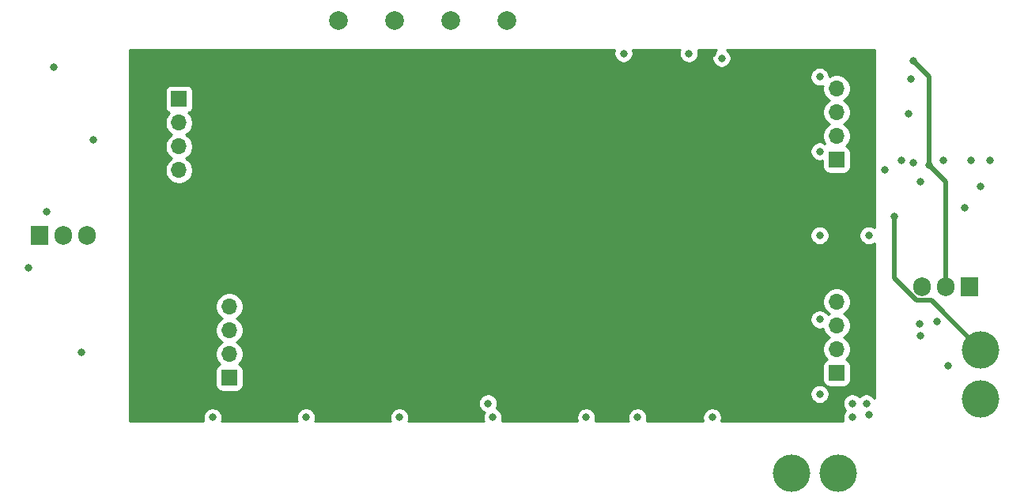
<source format=gbr>
%TF.GenerationSoftware,KiCad,Pcbnew,(5.1.6)-1*%
%TF.CreationDate,2020-11-02T11:11:50+01:00*%
%TF.ProjectId,ltz10v,6c747a31-3076-42e6-9b69-6361645f7063,rev?*%
%TF.SameCoordinates,Original*%
%TF.FileFunction,Copper,L3,Inr*%
%TF.FilePolarity,Positive*%
%FSLAX46Y46*%
G04 Gerber Fmt 4.6, Leading zero omitted, Abs format (unit mm)*
G04 Created by KiCad (PCBNEW (5.1.6)-1) date 2020-11-02 11:11:50*
%MOMM*%
%LPD*%
G01*
G04 APERTURE LIST*
%TA.AperFunction,ViaPad*%
%ADD10C,1.998980*%
%TD*%
%TA.AperFunction,ViaPad*%
%ADD11C,4.000500*%
%TD*%
%TA.AperFunction,ViaPad*%
%ADD12R,1.700000X1.700000*%
%TD*%
%TA.AperFunction,ViaPad*%
%ADD13O,1.700000X1.700000*%
%TD*%
%TA.AperFunction,ViaPad*%
%ADD14O,1.905000X2.000000*%
%TD*%
%TA.AperFunction,ViaPad*%
%ADD15R,1.905000X2.000000*%
%TD*%
%TA.AperFunction,ViaPad*%
%ADD16C,0.800000*%
%TD*%
%TA.AperFunction,Conductor*%
%ADD17C,0.500000*%
%TD*%
%TA.AperFunction,Conductor*%
%ADD18C,0.254000*%
%TD*%
G04 APERTURE END LIST*
D10*
%TO.N,Net-(J12-Pad1)*%
%TO.C,J12*%
X142500000Y-67500000D03*
%TD*%
%TO.N,Net-(C29-Pad2)*%
%TO.C,J11*%
X136500000Y-67500000D03*
%TD*%
%TO.N,Net-(J10-Pad1)*%
%TO.C,J10*%
X148500000Y-67500000D03*
%TD*%
%TO.N,Net-(J9-Pad1)*%
%TO.C,J9*%
X154500000Y-67500000D03*
%TD*%
D11*
%TO.N,Net-(D3-Pad2)*%
%TO.C,J8*%
X185000000Y-116000000D03*
%TD*%
%TO.N,Net-(D1-Pad2)*%
%TO.C,J3*%
X190000000Y-116000000D03*
%TD*%
D12*
%TO.N,/battery/11V*%
%TO.C,J1*%
X189819000Y-82369500D03*
D13*
X189819000Y-79829500D03*
%TO.N,GND*%
X189819000Y-77289500D03*
X189819000Y-74749500D03*
%TD*%
D14*
%TO.N,/temperature/sheet5FAD990D/H*%
%TO.C,Q3*%
X109580000Y-90500000D03*
%TO.N,+12V*%
X107040000Y-90500000D03*
D15*
%TO.N,Net-(Q3-Pad1)*%
X104500000Y-90500000D03*
%TD*%
D11*
%TO.N,GND*%
%TO.C,J6*%
X205250000Y-108000000D03*
%TD*%
%TO.N,Net-(J7-Pad1)*%
%TO.C,J7*%
X205250000Y-102750000D03*
%TD*%
D13*
%TO.N,GND*%
%TO.C,J4*%
X119397500Y-83512500D03*
%TO.N,/temperature/t_fb2*%
X119397500Y-80972500D03*
%TO.N,/temperature/t_fb1*%
X119397500Y-78432500D03*
D12*
%TO.N,Net-(J4-Pad1)*%
X119397500Y-75892500D03*
%TD*%
D14*
%TO.N,Net-(Q1-Pad3)*%
%TO.C,Q1*%
X198920000Y-96000000D03*
%TO.N,+15V*%
X201460000Y-96000000D03*
D15*
%TO.N,Net-(Q1-Pad1)*%
X204000000Y-96000000D03*
%TD*%
D13*
%TO.N,+5V*%
%TO.C,J5*%
X124795000Y-98117500D03*
%TO.N,GND*%
X124795000Y-100657500D03*
%TO.N,Net-(J5-Pad2)*%
X124795000Y-103197500D03*
D12*
%TO.N,Net-(J5-Pad1)*%
X124795000Y-105737500D03*
%TD*%
D13*
%TO.N,/buffer/Zener_drive-*%
%TO.C,J2*%
X189819000Y-97609500D03*
X189819000Y-100149500D03*
%TO.N,/buffer/Zener_drive+*%
X189819000Y-102689500D03*
D12*
X189819000Y-105229500D03*
%TD*%
D16*
%TO.N,GND*%
X109000000Y-103000000D03*
X103250000Y-94000000D03*
X110250000Y-80250000D03*
X106000000Y-72500000D03*
X188000000Y-90500000D03*
X188000000Y-73500000D03*
X188000000Y-107500000D03*
X188000000Y-81500000D03*
X188000000Y-99500000D03*
X197500000Y-77500000D03*
X197750000Y-73750000D03*
X198750000Y-101250000D03*
X193250000Y-90500000D03*
X198750000Y-84750000D03*
X193250000Y-109750000D03*
X123000000Y-110000000D03*
X133000000Y-110000000D03*
X143000000Y-110000000D03*
X153000000Y-110000000D03*
X163000000Y-110000000D03*
X168500000Y-110000000D03*
X176500000Y-110000000D03*
X193000000Y-108500000D03*
X191500000Y-108500000D03*
X191500000Y-110000000D03*
X174000000Y-71000000D03*
X152500000Y-108500000D03*
X177500000Y-71500000D03*
X167000000Y-71000000D03*
%TO.N,+15V*%
X199750000Y-83000000D03*
X198000000Y-71750000D03*
%TO.N,Net-(Q1-Pad1)*%
X206250000Y-82500000D03*
%TO.N,/temperature/sheet5FAD990D/H*%
X105250000Y-88000000D03*
%TO.N,Net-(Q2-Pad1)*%
X195000000Y-83500000D03*
X201750000Y-104500000D03*
%TO.N,Net-(R901-Pad1)*%
X196750000Y-82500000D03*
X203500000Y-87500000D03*
%TO.N,Net-(J7-Pad1)*%
X195967480Y-88500000D03*
%TO.N,Net-(C10-Pad1)*%
X204250000Y-82500000D03*
X205250000Y-85250000D03*
%TO.N,Net-(C11-Pad2)*%
X198000000Y-82750000D03*
X198725002Y-100000000D03*
%TO.N,Net-(C11-Pad1)*%
X201250000Y-82500000D03*
X200606725Y-99723038D03*
%TO.N,+12V*%
X193500000Y-86500000D03*
X114500000Y-83500000D03*
X114500000Y-87500000D03*
X114500000Y-93000000D03*
X162500000Y-71000000D03*
X176500000Y-71000000D03*
X154500000Y-71000000D03*
X165000000Y-71000000D03*
%TD*%
D17*
%TO.N,+15V*%
X201460000Y-84710000D02*
X199750000Y-83000000D01*
X201460000Y-96000000D02*
X201460000Y-84710000D01*
X199750000Y-83000000D02*
X199750000Y-73500000D01*
X199750000Y-73500000D02*
X198000000Y-71750000D01*
%TO.N,Net-(J7-Pad1)*%
X198339062Y-97450010D02*
X195967480Y-95078428D01*
X195967480Y-95078428D02*
X195967480Y-88500000D01*
X199950010Y-97450010D02*
X198339062Y-97450010D01*
X205250000Y-102750000D02*
X199950010Y-97450010D01*
%TD*%
D18*
%TO.N,+12V*%
G36*
X166004774Y-70698102D02*
G01*
X165965000Y-70898061D01*
X165965000Y-71101939D01*
X166004774Y-71301898D01*
X166082795Y-71490256D01*
X166196063Y-71659774D01*
X166340226Y-71803937D01*
X166509744Y-71917205D01*
X166698102Y-71995226D01*
X166898061Y-72035000D01*
X167101939Y-72035000D01*
X167301898Y-71995226D01*
X167490256Y-71917205D01*
X167659774Y-71803937D01*
X167803937Y-71659774D01*
X167917205Y-71490256D01*
X167995226Y-71301898D01*
X168035000Y-71101939D01*
X168035000Y-70898061D01*
X167995226Y-70698102D01*
X167965774Y-70627000D01*
X173034226Y-70627000D01*
X173004774Y-70698102D01*
X172965000Y-70898061D01*
X172965000Y-71101939D01*
X173004774Y-71301898D01*
X173082795Y-71490256D01*
X173196063Y-71659774D01*
X173340226Y-71803937D01*
X173509744Y-71917205D01*
X173698102Y-71995226D01*
X173898061Y-72035000D01*
X174101939Y-72035000D01*
X174301898Y-71995226D01*
X174490256Y-71917205D01*
X174659774Y-71803937D01*
X174803937Y-71659774D01*
X174917205Y-71490256D01*
X174995226Y-71301898D01*
X175035000Y-71101939D01*
X175035000Y-70898061D01*
X174995226Y-70698102D01*
X174965774Y-70627000D01*
X176943586Y-70627000D01*
X176840226Y-70696063D01*
X176696063Y-70840226D01*
X176582795Y-71009744D01*
X176504774Y-71198102D01*
X176465000Y-71398061D01*
X176465000Y-71601939D01*
X176504774Y-71801898D01*
X176582795Y-71990256D01*
X176696063Y-72159774D01*
X176840226Y-72303937D01*
X177009744Y-72417205D01*
X177198102Y-72495226D01*
X177398061Y-72535000D01*
X177601939Y-72535000D01*
X177801898Y-72495226D01*
X177990256Y-72417205D01*
X178159774Y-72303937D01*
X178303937Y-72159774D01*
X178417205Y-71990256D01*
X178495226Y-71801898D01*
X178535000Y-71601939D01*
X178535000Y-71398061D01*
X178495226Y-71198102D01*
X178417205Y-71009744D01*
X178303937Y-70840226D01*
X178159774Y-70696063D01*
X178056414Y-70627000D01*
X193873000Y-70627000D01*
X193873000Y-89671491D01*
X193740256Y-89582795D01*
X193551898Y-89504774D01*
X193351939Y-89465000D01*
X193148061Y-89465000D01*
X192948102Y-89504774D01*
X192759744Y-89582795D01*
X192590226Y-89696063D01*
X192446063Y-89840226D01*
X192332795Y-90009744D01*
X192254774Y-90198102D01*
X192215000Y-90398061D01*
X192215000Y-90601939D01*
X192254774Y-90801898D01*
X192332795Y-90990256D01*
X192446063Y-91159774D01*
X192590226Y-91303937D01*
X192759744Y-91417205D01*
X192948102Y-91495226D01*
X193148061Y-91535000D01*
X193351939Y-91535000D01*
X193551898Y-91495226D01*
X193740256Y-91417205D01*
X193873000Y-91328509D01*
X193873000Y-107943586D01*
X193803937Y-107840226D01*
X193659774Y-107696063D01*
X193490256Y-107582795D01*
X193301898Y-107504774D01*
X193101939Y-107465000D01*
X192898061Y-107465000D01*
X192698102Y-107504774D01*
X192509744Y-107582795D01*
X192340226Y-107696063D01*
X192250000Y-107786289D01*
X192159774Y-107696063D01*
X191990256Y-107582795D01*
X191801898Y-107504774D01*
X191601939Y-107465000D01*
X191398061Y-107465000D01*
X191198102Y-107504774D01*
X191009744Y-107582795D01*
X190840226Y-107696063D01*
X190696063Y-107840226D01*
X190582795Y-108009744D01*
X190504774Y-108198102D01*
X190465000Y-108398061D01*
X190465000Y-108601939D01*
X190504774Y-108801898D01*
X190582795Y-108990256D01*
X190696063Y-109159774D01*
X190786289Y-109250000D01*
X190696063Y-109340226D01*
X190582795Y-109509744D01*
X190504774Y-109698102D01*
X190465000Y-109898061D01*
X190465000Y-110101939D01*
X190504774Y-110301898D01*
X190534226Y-110373000D01*
X177465774Y-110373000D01*
X177495226Y-110301898D01*
X177535000Y-110101939D01*
X177535000Y-109898061D01*
X177495226Y-109698102D01*
X177417205Y-109509744D01*
X177303937Y-109340226D01*
X177159774Y-109196063D01*
X176990256Y-109082795D01*
X176801898Y-109004774D01*
X176601939Y-108965000D01*
X176398061Y-108965000D01*
X176198102Y-109004774D01*
X176009744Y-109082795D01*
X175840226Y-109196063D01*
X175696063Y-109340226D01*
X175582795Y-109509744D01*
X175504774Y-109698102D01*
X175465000Y-109898061D01*
X175465000Y-110101939D01*
X175504774Y-110301898D01*
X175534226Y-110373000D01*
X169465774Y-110373000D01*
X169495226Y-110301898D01*
X169535000Y-110101939D01*
X169535000Y-109898061D01*
X169495226Y-109698102D01*
X169417205Y-109509744D01*
X169303937Y-109340226D01*
X169159774Y-109196063D01*
X168990256Y-109082795D01*
X168801898Y-109004774D01*
X168601939Y-108965000D01*
X168398061Y-108965000D01*
X168198102Y-109004774D01*
X168009744Y-109082795D01*
X167840226Y-109196063D01*
X167696063Y-109340226D01*
X167582795Y-109509744D01*
X167504774Y-109698102D01*
X167465000Y-109898061D01*
X167465000Y-110101939D01*
X167504774Y-110301898D01*
X167534226Y-110373000D01*
X163965774Y-110373000D01*
X163995226Y-110301898D01*
X164035000Y-110101939D01*
X164035000Y-109898061D01*
X163995226Y-109698102D01*
X163917205Y-109509744D01*
X163803937Y-109340226D01*
X163659774Y-109196063D01*
X163490256Y-109082795D01*
X163301898Y-109004774D01*
X163101939Y-108965000D01*
X162898061Y-108965000D01*
X162698102Y-109004774D01*
X162509744Y-109082795D01*
X162340226Y-109196063D01*
X162196063Y-109340226D01*
X162082795Y-109509744D01*
X162004774Y-109698102D01*
X161965000Y-109898061D01*
X161965000Y-110101939D01*
X162004774Y-110301898D01*
X162034226Y-110373000D01*
X153965774Y-110373000D01*
X153995226Y-110301898D01*
X154035000Y-110101939D01*
X154035000Y-109898061D01*
X153995226Y-109698102D01*
X153917205Y-109509744D01*
X153803937Y-109340226D01*
X153659774Y-109196063D01*
X153490256Y-109082795D01*
X153384612Y-109039035D01*
X153417205Y-108990256D01*
X153495226Y-108801898D01*
X153535000Y-108601939D01*
X153535000Y-108398061D01*
X153495226Y-108198102D01*
X153417205Y-108009744D01*
X153303937Y-107840226D01*
X153159774Y-107696063D01*
X152990256Y-107582795D01*
X152801898Y-107504774D01*
X152601939Y-107465000D01*
X152398061Y-107465000D01*
X152198102Y-107504774D01*
X152009744Y-107582795D01*
X151840226Y-107696063D01*
X151696063Y-107840226D01*
X151582795Y-108009744D01*
X151504774Y-108198102D01*
X151465000Y-108398061D01*
X151465000Y-108601939D01*
X151504774Y-108801898D01*
X151582795Y-108990256D01*
X151696063Y-109159774D01*
X151840226Y-109303937D01*
X152009744Y-109417205D01*
X152115388Y-109460965D01*
X152082795Y-109509744D01*
X152004774Y-109698102D01*
X151965000Y-109898061D01*
X151965000Y-110101939D01*
X152004774Y-110301898D01*
X152034226Y-110373000D01*
X143965774Y-110373000D01*
X143995226Y-110301898D01*
X144035000Y-110101939D01*
X144035000Y-109898061D01*
X143995226Y-109698102D01*
X143917205Y-109509744D01*
X143803937Y-109340226D01*
X143659774Y-109196063D01*
X143490256Y-109082795D01*
X143301898Y-109004774D01*
X143101939Y-108965000D01*
X142898061Y-108965000D01*
X142698102Y-109004774D01*
X142509744Y-109082795D01*
X142340226Y-109196063D01*
X142196063Y-109340226D01*
X142082795Y-109509744D01*
X142004774Y-109698102D01*
X141965000Y-109898061D01*
X141965000Y-110101939D01*
X142004774Y-110301898D01*
X142034226Y-110373000D01*
X133965774Y-110373000D01*
X133995226Y-110301898D01*
X134035000Y-110101939D01*
X134035000Y-109898061D01*
X133995226Y-109698102D01*
X133917205Y-109509744D01*
X133803937Y-109340226D01*
X133659774Y-109196063D01*
X133490256Y-109082795D01*
X133301898Y-109004774D01*
X133101939Y-108965000D01*
X132898061Y-108965000D01*
X132698102Y-109004774D01*
X132509744Y-109082795D01*
X132340226Y-109196063D01*
X132196063Y-109340226D01*
X132082795Y-109509744D01*
X132004774Y-109698102D01*
X131965000Y-109898061D01*
X131965000Y-110101939D01*
X132004774Y-110301898D01*
X132034226Y-110373000D01*
X123965774Y-110373000D01*
X123995226Y-110301898D01*
X124035000Y-110101939D01*
X124035000Y-109898061D01*
X123995226Y-109698102D01*
X123917205Y-109509744D01*
X123803937Y-109340226D01*
X123659774Y-109196063D01*
X123490256Y-109082795D01*
X123301898Y-109004774D01*
X123101939Y-108965000D01*
X122898061Y-108965000D01*
X122698102Y-109004774D01*
X122509744Y-109082795D01*
X122340226Y-109196063D01*
X122196063Y-109340226D01*
X122082795Y-109509744D01*
X122004774Y-109698102D01*
X121965000Y-109898061D01*
X121965000Y-110101939D01*
X122004774Y-110301898D01*
X122034226Y-110373000D01*
X114127000Y-110373000D01*
X114127000Y-107398061D01*
X186965000Y-107398061D01*
X186965000Y-107601939D01*
X187004774Y-107801898D01*
X187082795Y-107990256D01*
X187196063Y-108159774D01*
X187340226Y-108303937D01*
X187509744Y-108417205D01*
X187698102Y-108495226D01*
X187898061Y-108535000D01*
X188101939Y-108535000D01*
X188301898Y-108495226D01*
X188490256Y-108417205D01*
X188659774Y-108303937D01*
X188803937Y-108159774D01*
X188917205Y-107990256D01*
X188995226Y-107801898D01*
X189035000Y-107601939D01*
X189035000Y-107398061D01*
X188995226Y-107198102D01*
X188917205Y-107009744D01*
X188803937Y-106840226D01*
X188659774Y-106696063D01*
X188490256Y-106582795D01*
X188301898Y-106504774D01*
X188101939Y-106465000D01*
X187898061Y-106465000D01*
X187698102Y-106504774D01*
X187509744Y-106582795D01*
X187340226Y-106696063D01*
X187196063Y-106840226D01*
X187082795Y-107009744D01*
X187004774Y-107198102D01*
X186965000Y-107398061D01*
X114127000Y-107398061D01*
X114127000Y-104887500D01*
X123306928Y-104887500D01*
X123306928Y-106587500D01*
X123319188Y-106711982D01*
X123355498Y-106831680D01*
X123414463Y-106941994D01*
X123493815Y-107038685D01*
X123590506Y-107118037D01*
X123700820Y-107177002D01*
X123820518Y-107213312D01*
X123945000Y-107225572D01*
X125645000Y-107225572D01*
X125769482Y-107213312D01*
X125889180Y-107177002D01*
X125999494Y-107118037D01*
X126096185Y-107038685D01*
X126175537Y-106941994D01*
X126234502Y-106831680D01*
X126270812Y-106711982D01*
X126283072Y-106587500D01*
X126283072Y-104887500D01*
X126270812Y-104763018D01*
X126234502Y-104643320D01*
X126175537Y-104533006D01*
X126096185Y-104436315D01*
X125999494Y-104356963D01*
X125889180Y-104297998D01*
X125816620Y-104275987D01*
X125948475Y-104144132D01*
X126110990Y-103900911D01*
X126222932Y-103630658D01*
X126280000Y-103343760D01*
X126280000Y-103051240D01*
X126222932Y-102764342D01*
X126110990Y-102494089D01*
X125948475Y-102250868D01*
X125741632Y-102044025D01*
X125567240Y-101927500D01*
X125741632Y-101810975D01*
X125948475Y-101604132D01*
X126110990Y-101360911D01*
X126222932Y-101090658D01*
X126280000Y-100803760D01*
X126280000Y-100511240D01*
X126222932Y-100224342D01*
X126110990Y-99954089D01*
X125948475Y-99710868D01*
X125741632Y-99504025D01*
X125583046Y-99398061D01*
X186965000Y-99398061D01*
X186965000Y-99601939D01*
X187004774Y-99801898D01*
X187082795Y-99990256D01*
X187196063Y-100159774D01*
X187340226Y-100303937D01*
X187509744Y-100417205D01*
X187698102Y-100495226D01*
X187898061Y-100535000D01*
X188101939Y-100535000D01*
X188301898Y-100495226D01*
X188368213Y-100467757D01*
X188391068Y-100582658D01*
X188503010Y-100852911D01*
X188665525Y-101096132D01*
X188872368Y-101302975D01*
X189046760Y-101419500D01*
X188872368Y-101536025D01*
X188665525Y-101742868D01*
X188503010Y-101986089D01*
X188391068Y-102256342D01*
X188334000Y-102543240D01*
X188334000Y-102835760D01*
X188391068Y-103122658D01*
X188503010Y-103392911D01*
X188665525Y-103636132D01*
X188797380Y-103767987D01*
X188724820Y-103789998D01*
X188614506Y-103848963D01*
X188517815Y-103928315D01*
X188438463Y-104025006D01*
X188379498Y-104135320D01*
X188343188Y-104255018D01*
X188330928Y-104379500D01*
X188330928Y-106079500D01*
X188343188Y-106203982D01*
X188379498Y-106323680D01*
X188438463Y-106433994D01*
X188517815Y-106530685D01*
X188614506Y-106610037D01*
X188724820Y-106669002D01*
X188844518Y-106705312D01*
X188969000Y-106717572D01*
X190669000Y-106717572D01*
X190793482Y-106705312D01*
X190913180Y-106669002D01*
X191023494Y-106610037D01*
X191120185Y-106530685D01*
X191199537Y-106433994D01*
X191258502Y-106323680D01*
X191294812Y-106203982D01*
X191307072Y-106079500D01*
X191307072Y-104379500D01*
X191294812Y-104255018D01*
X191258502Y-104135320D01*
X191199537Y-104025006D01*
X191120185Y-103928315D01*
X191023494Y-103848963D01*
X190913180Y-103789998D01*
X190840620Y-103767987D01*
X190972475Y-103636132D01*
X191134990Y-103392911D01*
X191246932Y-103122658D01*
X191304000Y-102835760D01*
X191304000Y-102543240D01*
X191246932Y-102256342D01*
X191134990Y-101986089D01*
X190972475Y-101742868D01*
X190765632Y-101536025D01*
X190591240Y-101419500D01*
X190765632Y-101302975D01*
X190972475Y-101096132D01*
X191134990Y-100852911D01*
X191246932Y-100582658D01*
X191304000Y-100295760D01*
X191304000Y-100003240D01*
X191246932Y-99716342D01*
X191134990Y-99446089D01*
X190972475Y-99202868D01*
X190765632Y-98996025D01*
X190591240Y-98879500D01*
X190765632Y-98762975D01*
X190972475Y-98556132D01*
X191134990Y-98312911D01*
X191246932Y-98042658D01*
X191304000Y-97755760D01*
X191304000Y-97463240D01*
X191246932Y-97176342D01*
X191134990Y-96906089D01*
X190972475Y-96662868D01*
X190765632Y-96456025D01*
X190522411Y-96293510D01*
X190252158Y-96181568D01*
X189965260Y-96124500D01*
X189672740Y-96124500D01*
X189385842Y-96181568D01*
X189115589Y-96293510D01*
X188872368Y-96456025D01*
X188665525Y-96662868D01*
X188503010Y-96906089D01*
X188391068Y-97176342D01*
X188334000Y-97463240D01*
X188334000Y-97755760D01*
X188391068Y-98042658D01*
X188503010Y-98312911D01*
X188665525Y-98556132D01*
X188872368Y-98762975D01*
X189046760Y-98879500D01*
X188897028Y-98979547D01*
X188803937Y-98840226D01*
X188659774Y-98696063D01*
X188490256Y-98582795D01*
X188301898Y-98504774D01*
X188101939Y-98465000D01*
X187898061Y-98465000D01*
X187698102Y-98504774D01*
X187509744Y-98582795D01*
X187340226Y-98696063D01*
X187196063Y-98840226D01*
X187082795Y-99009744D01*
X187004774Y-99198102D01*
X186965000Y-99398061D01*
X125583046Y-99398061D01*
X125567240Y-99387500D01*
X125741632Y-99270975D01*
X125948475Y-99064132D01*
X126110990Y-98820911D01*
X126222932Y-98550658D01*
X126280000Y-98263760D01*
X126280000Y-97971240D01*
X126222932Y-97684342D01*
X126110990Y-97414089D01*
X125948475Y-97170868D01*
X125741632Y-96964025D01*
X125498411Y-96801510D01*
X125228158Y-96689568D01*
X124941260Y-96632500D01*
X124648740Y-96632500D01*
X124361842Y-96689568D01*
X124091589Y-96801510D01*
X123848368Y-96964025D01*
X123641525Y-97170868D01*
X123479010Y-97414089D01*
X123367068Y-97684342D01*
X123310000Y-97971240D01*
X123310000Y-98263760D01*
X123367068Y-98550658D01*
X123479010Y-98820911D01*
X123641525Y-99064132D01*
X123848368Y-99270975D01*
X124022760Y-99387500D01*
X123848368Y-99504025D01*
X123641525Y-99710868D01*
X123479010Y-99954089D01*
X123367068Y-100224342D01*
X123310000Y-100511240D01*
X123310000Y-100803760D01*
X123367068Y-101090658D01*
X123479010Y-101360911D01*
X123641525Y-101604132D01*
X123848368Y-101810975D01*
X124022760Y-101927500D01*
X123848368Y-102044025D01*
X123641525Y-102250868D01*
X123479010Y-102494089D01*
X123367068Y-102764342D01*
X123310000Y-103051240D01*
X123310000Y-103343760D01*
X123367068Y-103630658D01*
X123479010Y-103900911D01*
X123641525Y-104144132D01*
X123773380Y-104275987D01*
X123700820Y-104297998D01*
X123590506Y-104356963D01*
X123493815Y-104436315D01*
X123414463Y-104533006D01*
X123355498Y-104643320D01*
X123319188Y-104763018D01*
X123306928Y-104887500D01*
X114127000Y-104887500D01*
X114127000Y-90398061D01*
X186965000Y-90398061D01*
X186965000Y-90601939D01*
X187004774Y-90801898D01*
X187082795Y-90990256D01*
X187196063Y-91159774D01*
X187340226Y-91303937D01*
X187509744Y-91417205D01*
X187698102Y-91495226D01*
X187898061Y-91535000D01*
X188101939Y-91535000D01*
X188301898Y-91495226D01*
X188490256Y-91417205D01*
X188659774Y-91303937D01*
X188803937Y-91159774D01*
X188917205Y-90990256D01*
X188995226Y-90801898D01*
X189035000Y-90601939D01*
X189035000Y-90398061D01*
X188995226Y-90198102D01*
X188917205Y-90009744D01*
X188803937Y-89840226D01*
X188659774Y-89696063D01*
X188490256Y-89582795D01*
X188301898Y-89504774D01*
X188101939Y-89465000D01*
X187898061Y-89465000D01*
X187698102Y-89504774D01*
X187509744Y-89582795D01*
X187340226Y-89696063D01*
X187196063Y-89840226D01*
X187082795Y-90009744D01*
X187004774Y-90198102D01*
X186965000Y-90398061D01*
X114127000Y-90398061D01*
X114127000Y-75042500D01*
X117909428Y-75042500D01*
X117909428Y-76742500D01*
X117921688Y-76866982D01*
X117957998Y-76986680D01*
X118016963Y-77096994D01*
X118096315Y-77193685D01*
X118193006Y-77273037D01*
X118303320Y-77332002D01*
X118375880Y-77354013D01*
X118244025Y-77485868D01*
X118081510Y-77729089D01*
X117969568Y-77999342D01*
X117912500Y-78286240D01*
X117912500Y-78578760D01*
X117969568Y-78865658D01*
X118081510Y-79135911D01*
X118244025Y-79379132D01*
X118450868Y-79585975D01*
X118625260Y-79702500D01*
X118450868Y-79819025D01*
X118244025Y-80025868D01*
X118081510Y-80269089D01*
X117969568Y-80539342D01*
X117912500Y-80826240D01*
X117912500Y-81118760D01*
X117969568Y-81405658D01*
X118081510Y-81675911D01*
X118244025Y-81919132D01*
X118450868Y-82125975D01*
X118625260Y-82242500D01*
X118450868Y-82359025D01*
X118244025Y-82565868D01*
X118081510Y-82809089D01*
X117969568Y-83079342D01*
X117912500Y-83366240D01*
X117912500Y-83658760D01*
X117969568Y-83945658D01*
X118081510Y-84215911D01*
X118244025Y-84459132D01*
X118450868Y-84665975D01*
X118694089Y-84828490D01*
X118964342Y-84940432D01*
X119251240Y-84997500D01*
X119543760Y-84997500D01*
X119830658Y-84940432D01*
X120100911Y-84828490D01*
X120344132Y-84665975D01*
X120550975Y-84459132D01*
X120713490Y-84215911D01*
X120825432Y-83945658D01*
X120882500Y-83658760D01*
X120882500Y-83366240D01*
X120825432Y-83079342D01*
X120713490Y-82809089D01*
X120550975Y-82565868D01*
X120344132Y-82359025D01*
X120169740Y-82242500D01*
X120344132Y-82125975D01*
X120550975Y-81919132D01*
X120713490Y-81675911D01*
X120825432Y-81405658D01*
X120882500Y-81118760D01*
X120882500Y-80826240D01*
X120825432Y-80539342D01*
X120713490Y-80269089D01*
X120550975Y-80025868D01*
X120344132Y-79819025D01*
X120169740Y-79702500D01*
X120344132Y-79585975D01*
X120550975Y-79379132D01*
X120713490Y-79135911D01*
X120825432Y-78865658D01*
X120882500Y-78578760D01*
X120882500Y-78286240D01*
X120825432Y-77999342D01*
X120713490Y-77729089D01*
X120550975Y-77485868D01*
X120419120Y-77354013D01*
X120491680Y-77332002D01*
X120601994Y-77273037D01*
X120698685Y-77193685D01*
X120778037Y-77096994D01*
X120837002Y-76986680D01*
X120873312Y-76866982D01*
X120885572Y-76742500D01*
X120885572Y-75042500D01*
X120873312Y-74918018D01*
X120837002Y-74798320D01*
X120778037Y-74688006D01*
X120698685Y-74591315D01*
X120601994Y-74511963D01*
X120491680Y-74452998D01*
X120371982Y-74416688D01*
X120247500Y-74404428D01*
X118547500Y-74404428D01*
X118423018Y-74416688D01*
X118303320Y-74452998D01*
X118193006Y-74511963D01*
X118096315Y-74591315D01*
X118016963Y-74688006D01*
X117957998Y-74798320D01*
X117921688Y-74918018D01*
X117909428Y-75042500D01*
X114127000Y-75042500D01*
X114127000Y-73398061D01*
X186965000Y-73398061D01*
X186965000Y-73601939D01*
X187004774Y-73801898D01*
X187082795Y-73990256D01*
X187196063Y-74159774D01*
X187340226Y-74303937D01*
X187509744Y-74417205D01*
X187698102Y-74495226D01*
X187898061Y-74535000D01*
X188101939Y-74535000D01*
X188301898Y-74495226D01*
X188360297Y-74471036D01*
X188334000Y-74603240D01*
X188334000Y-74895760D01*
X188391068Y-75182658D01*
X188503010Y-75452911D01*
X188665525Y-75696132D01*
X188872368Y-75902975D01*
X189046760Y-76019500D01*
X188872368Y-76136025D01*
X188665525Y-76342868D01*
X188503010Y-76586089D01*
X188391068Y-76856342D01*
X188334000Y-77143240D01*
X188334000Y-77435760D01*
X188391068Y-77722658D01*
X188503010Y-77992911D01*
X188665525Y-78236132D01*
X188872368Y-78442975D01*
X189046760Y-78559500D01*
X188872368Y-78676025D01*
X188665525Y-78882868D01*
X188503010Y-79126089D01*
X188391068Y-79396342D01*
X188334000Y-79683240D01*
X188334000Y-79975760D01*
X188391068Y-80262658D01*
X188503010Y-80532911D01*
X188573512Y-80638425D01*
X188490256Y-80582795D01*
X188301898Y-80504774D01*
X188101939Y-80465000D01*
X187898061Y-80465000D01*
X187698102Y-80504774D01*
X187509744Y-80582795D01*
X187340226Y-80696063D01*
X187196063Y-80840226D01*
X187082795Y-81009744D01*
X187004774Y-81198102D01*
X186965000Y-81398061D01*
X186965000Y-81601939D01*
X187004774Y-81801898D01*
X187082795Y-81990256D01*
X187196063Y-82159774D01*
X187340226Y-82303937D01*
X187509744Y-82417205D01*
X187698102Y-82495226D01*
X187898061Y-82535000D01*
X188101939Y-82535000D01*
X188301898Y-82495226D01*
X188330928Y-82483201D01*
X188330928Y-83219500D01*
X188343188Y-83343982D01*
X188379498Y-83463680D01*
X188438463Y-83573994D01*
X188517815Y-83670685D01*
X188614506Y-83750037D01*
X188724820Y-83809002D01*
X188844518Y-83845312D01*
X188969000Y-83857572D01*
X190669000Y-83857572D01*
X190793482Y-83845312D01*
X190913180Y-83809002D01*
X191023494Y-83750037D01*
X191120185Y-83670685D01*
X191199537Y-83573994D01*
X191258502Y-83463680D01*
X191294812Y-83343982D01*
X191307072Y-83219500D01*
X191307072Y-81519500D01*
X191294812Y-81395018D01*
X191258502Y-81275320D01*
X191199537Y-81165006D01*
X191120185Y-81068315D01*
X191023494Y-80988963D01*
X190913180Y-80929998D01*
X190840620Y-80907987D01*
X190972475Y-80776132D01*
X191134990Y-80532911D01*
X191246932Y-80262658D01*
X191304000Y-79975760D01*
X191304000Y-79683240D01*
X191246932Y-79396342D01*
X191134990Y-79126089D01*
X190972475Y-78882868D01*
X190765632Y-78676025D01*
X190591240Y-78559500D01*
X190765632Y-78442975D01*
X190972475Y-78236132D01*
X191134990Y-77992911D01*
X191246932Y-77722658D01*
X191304000Y-77435760D01*
X191304000Y-77143240D01*
X191246932Y-76856342D01*
X191134990Y-76586089D01*
X190972475Y-76342868D01*
X190765632Y-76136025D01*
X190591240Y-76019500D01*
X190765632Y-75902975D01*
X190972475Y-75696132D01*
X191134990Y-75452911D01*
X191246932Y-75182658D01*
X191304000Y-74895760D01*
X191304000Y-74603240D01*
X191246932Y-74316342D01*
X191134990Y-74046089D01*
X190972475Y-73802868D01*
X190765632Y-73596025D01*
X190522411Y-73433510D01*
X190252158Y-73321568D01*
X189965260Y-73264500D01*
X189672740Y-73264500D01*
X189385842Y-73321568D01*
X189115589Y-73433510D01*
X189035000Y-73487358D01*
X189035000Y-73398061D01*
X188995226Y-73198102D01*
X188917205Y-73009744D01*
X188803937Y-72840226D01*
X188659774Y-72696063D01*
X188490256Y-72582795D01*
X188301898Y-72504774D01*
X188101939Y-72465000D01*
X187898061Y-72465000D01*
X187698102Y-72504774D01*
X187509744Y-72582795D01*
X187340226Y-72696063D01*
X187196063Y-72840226D01*
X187082795Y-73009744D01*
X187004774Y-73198102D01*
X186965000Y-73398061D01*
X114127000Y-73398061D01*
X114127000Y-70627000D01*
X166034226Y-70627000D01*
X166004774Y-70698102D01*
G37*
X166004774Y-70698102D02*
X165965000Y-70898061D01*
X165965000Y-71101939D01*
X166004774Y-71301898D01*
X166082795Y-71490256D01*
X166196063Y-71659774D01*
X166340226Y-71803937D01*
X166509744Y-71917205D01*
X166698102Y-71995226D01*
X166898061Y-72035000D01*
X167101939Y-72035000D01*
X167301898Y-71995226D01*
X167490256Y-71917205D01*
X167659774Y-71803937D01*
X167803937Y-71659774D01*
X167917205Y-71490256D01*
X167995226Y-71301898D01*
X168035000Y-71101939D01*
X168035000Y-70898061D01*
X167995226Y-70698102D01*
X167965774Y-70627000D01*
X173034226Y-70627000D01*
X173004774Y-70698102D01*
X172965000Y-70898061D01*
X172965000Y-71101939D01*
X173004774Y-71301898D01*
X173082795Y-71490256D01*
X173196063Y-71659774D01*
X173340226Y-71803937D01*
X173509744Y-71917205D01*
X173698102Y-71995226D01*
X173898061Y-72035000D01*
X174101939Y-72035000D01*
X174301898Y-71995226D01*
X174490256Y-71917205D01*
X174659774Y-71803937D01*
X174803937Y-71659774D01*
X174917205Y-71490256D01*
X174995226Y-71301898D01*
X175035000Y-71101939D01*
X175035000Y-70898061D01*
X174995226Y-70698102D01*
X174965774Y-70627000D01*
X176943586Y-70627000D01*
X176840226Y-70696063D01*
X176696063Y-70840226D01*
X176582795Y-71009744D01*
X176504774Y-71198102D01*
X176465000Y-71398061D01*
X176465000Y-71601939D01*
X176504774Y-71801898D01*
X176582795Y-71990256D01*
X176696063Y-72159774D01*
X176840226Y-72303937D01*
X177009744Y-72417205D01*
X177198102Y-72495226D01*
X177398061Y-72535000D01*
X177601939Y-72535000D01*
X177801898Y-72495226D01*
X177990256Y-72417205D01*
X178159774Y-72303937D01*
X178303937Y-72159774D01*
X178417205Y-71990256D01*
X178495226Y-71801898D01*
X178535000Y-71601939D01*
X178535000Y-71398061D01*
X178495226Y-71198102D01*
X178417205Y-71009744D01*
X178303937Y-70840226D01*
X178159774Y-70696063D01*
X178056414Y-70627000D01*
X193873000Y-70627000D01*
X193873000Y-89671491D01*
X193740256Y-89582795D01*
X193551898Y-89504774D01*
X193351939Y-89465000D01*
X193148061Y-89465000D01*
X192948102Y-89504774D01*
X192759744Y-89582795D01*
X192590226Y-89696063D01*
X192446063Y-89840226D01*
X192332795Y-90009744D01*
X192254774Y-90198102D01*
X192215000Y-90398061D01*
X192215000Y-90601939D01*
X192254774Y-90801898D01*
X192332795Y-90990256D01*
X192446063Y-91159774D01*
X192590226Y-91303937D01*
X192759744Y-91417205D01*
X192948102Y-91495226D01*
X193148061Y-91535000D01*
X193351939Y-91535000D01*
X193551898Y-91495226D01*
X193740256Y-91417205D01*
X193873000Y-91328509D01*
X193873000Y-107943586D01*
X193803937Y-107840226D01*
X193659774Y-107696063D01*
X193490256Y-107582795D01*
X193301898Y-107504774D01*
X193101939Y-107465000D01*
X192898061Y-107465000D01*
X192698102Y-107504774D01*
X192509744Y-107582795D01*
X192340226Y-107696063D01*
X192250000Y-107786289D01*
X192159774Y-107696063D01*
X191990256Y-107582795D01*
X191801898Y-107504774D01*
X191601939Y-107465000D01*
X191398061Y-107465000D01*
X191198102Y-107504774D01*
X191009744Y-107582795D01*
X190840226Y-107696063D01*
X190696063Y-107840226D01*
X190582795Y-108009744D01*
X190504774Y-108198102D01*
X190465000Y-108398061D01*
X190465000Y-108601939D01*
X190504774Y-108801898D01*
X190582795Y-108990256D01*
X190696063Y-109159774D01*
X190786289Y-109250000D01*
X190696063Y-109340226D01*
X190582795Y-109509744D01*
X190504774Y-109698102D01*
X190465000Y-109898061D01*
X190465000Y-110101939D01*
X190504774Y-110301898D01*
X190534226Y-110373000D01*
X177465774Y-110373000D01*
X177495226Y-110301898D01*
X177535000Y-110101939D01*
X177535000Y-109898061D01*
X177495226Y-109698102D01*
X177417205Y-109509744D01*
X177303937Y-109340226D01*
X177159774Y-109196063D01*
X176990256Y-109082795D01*
X176801898Y-109004774D01*
X176601939Y-108965000D01*
X176398061Y-108965000D01*
X176198102Y-109004774D01*
X176009744Y-109082795D01*
X175840226Y-109196063D01*
X175696063Y-109340226D01*
X175582795Y-109509744D01*
X175504774Y-109698102D01*
X175465000Y-109898061D01*
X175465000Y-110101939D01*
X175504774Y-110301898D01*
X175534226Y-110373000D01*
X169465774Y-110373000D01*
X169495226Y-110301898D01*
X169535000Y-110101939D01*
X169535000Y-109898061D01*
X169495226Y-109698102D01*
X169417205Y-109509744D01*
X169303937Y-109340226D01*
X169159774Y-109196063D01*
X168990256Y-109082795D01*
X168801898Y-109004774D01*
X168601939Y-108965000D01*
X168398061Y-108965000D01*
X168198102Y-109004774D01*
X168009744Y-109082795D01*
X167840226Y-109196063D01*
X167696063Y-109340226D01*
X167582795Y-109509744D01*
X167504774Y-109698102D01*
X167465000Y-109898061D01*
X167465000Y-110101939D01*
X167504774Y-110301898D01*
X167534226Y-110373000D01*
X163965774Y-110373000D01*
X163995226Y-110301898D01*
X164035000Y-110101939D01*
X164035000Y-109898061D01*
X163995226Y-109698102D01*
X163917205Y-109509744D01*
X163803937Y-109340226D01*
X163659774Y-109196063D01*
X163490256Y-109082795D01*
X163301898Y-109004774D01*
X163101939Y-108965000D01*
X162898061Y-108965000D01*
X162698102Y-109004774D01*
X162509744Y-109082795D01*
X162340226Y-109196063D01*
X162196063Y-109340226D01*
X162082795Y-109509744D01*
X162004774Y-109698102D01*
X161965000Y-109898061D01*
X161965000Y-110101939D01*
X162004774Y-110301898D01*
X162034226Y-110373000D01*
X153965774Y-110373000D01*
X153995226Y-110301898D01*
X154035000Y-110101939D01*
X154035000Y-109898061D01*
X153995226Y-109698102D01*
X153917205Y-109509744D01*
X153803937Y-109340226D01*
X153659774Y-109196063D01*
X153490256Y-109082795D01*
X153384612Y-109039035D01*
X153417205Y-108990256D01*
X153495226Y-108801898D01*
X153535000Y-108601939D01*
X153535000Y-108398061D01*
X153495226Y-108198102D01*
X153417205Y-108009744D01*
X153303937Y-107840226D01*
X153159774Y-107696063D01*
X152990256Y-107582795D01*
X152801898Y-107504774D01*
X152601939Y-107465000D01*
X152398061Y-107465000D01*
X152198102Y-107504774D01*
X152009744Y-107582795D01*
X151840226Y-107696063D01*
X151696063Y-107840226D01*
X151582795Y-108009744D01*
X151504774Y-108198102D01*
X151465000Y-108398061D01*
X151465000Y-108601939D01*
X151504774Y-108801898D01*
X151582795Y-108990256D01*
X151696063Y-109159774D01*
X151840226Y-109303937D01*
X152009744Y-109417205D01*
X152115388Y-109460965D01*
X152082795Y-109509744D01*
X152004774Y-109698102D01*
X151965000Y-109898061D01*
X151965000Y-110101939D01*
X152004774Y-110301898D01*
X152034226Y-110373000D01*
X143965774Y-110373000D01*
X143995226Y-110301898D01*
X144035000Y-110101939D01*
X144035000Y-109898061D01*
X143995226Y-109698102D01*
X143917205Y-109509744D01*
X143803937Y-109340226D01*
X143659774Y-109196063D01*
X143490256Y-109082795D01*
X143301898Y-109004774D01*
X143101939Y-108965000D01*
X142898061Y-108965000D01*
X142698102Y-109004774D01*
X142509744Y-109082795D01*
X142340226Y-109196063D01*
X142196063Y-109340226D01*
X142082795Y-109509744D01*
X142004774Y-109698102D01*
X141965000Y-109898061D01*
X141965000Y-110101939D01*
X142004774Y-110301898D01*
X142034226Y-110373000D01*
X133965774Y-110373000D01*
X133995226Y-110301898D01*
X134035000Y-110101939D01*
X134035000Y-109898061D01*
X133995226Y-109698102D01*
X133917205Y-109509744D01*
X133803937Y-109340226D01*
X133659774Y-109196063D01*
X133490256Y-109082795D01*
X133301898Y-109004774D01*
X133101939Y-108965000D01*
X132898061Y-108965000D01*
X132698102Y-109004774D01*
X132509744Y-109082795D01*
X132340226Y-109196063D01*
X132196063Y-109340226D01*
X132082795Y-109509744D01*
X132004774Y-109698102D01*
X131965000Y-109898061D01*
X131965000Y-110101939D01*
X132004774Y-110301898D01*
X132034226Y-110373000D01*
X123965774Y-110373000D01*
X123995226Y-110301898D01*
X124035000Y-110101939D01*
X124035000Y-109898061D01*
X123995226Y-109698102D01*
X123917205Y-109509744D01*
X123803937Y-109340226D01*
X123659774Y-109196063D01*
X123490256Y-109082795D01*
X123301898Y-109004774D01*
X123101939Y-108965000D01*
X122898061Y-108965000D01*
X122698102Y-109004774D01*
X122509744Y-109082795D01*
X122340226Y-109196063D01*
X122196063Y-109340226D01*
X122082795Y-109509744D01*
X122004774Y-109698102D01*
X121965000Y-109898061D01*
X121965000Y-110101939D01*
X122004774Y-110301898D01*
X122034226Y-110373000D01*
X114127000Y-110373000D01*
X114127000Y-107398061D01*
X186965000Y-107398061D01*
X186965000Y-107601939D01*
X187004774Y-107801898D01*
X187082795Y-107990256D01*
X187196063Y-108159774D01*
X187340226Y-108303937D01*
X187509744Y-108417205D01*
X187698102Y-108495226D01*
X187898061Y-108535000D01*
X188101939Y-108535000D01*
X188301898Y-108495226D01*
X188490256Y-108417205D01*
X188659774Y-108303937D01*
X188803937Y-108159774D01*
X188917205Y-107990256D01*
X188995226Y-107801898D01*
X189035000Y-107601939D01*
X189035000Y-107398061D01*
X188995226Y-107198102D01*
X188917205Y-107009744D01*
X188803937Y-106840226D01*
X188659774Y-106696063D01*
X188490256Y-106582795D01*
X188301898Y-106504774D01*
X188101939Y-106465000D01*
X187898061Y-106465000D01*
X187698102Y-106504774D01*
X187509744Y-106582795D01*
X187340226Y-106696063D01*
X187196063Y-106840226D01*
X187082795Y-107009744D01*
X187004774Y-107198102D01*
X186965000Y-107398061D01*
X114127000Y-107398061D01*
X114127000Y-104887500D01*
X123306928Y-104887500D01*
X123306928Y-106587500D01*
X123319188Y-106711982D01*
X123355498Y-106831680D01*
X123414463Y-106941994D01*
X123493815Y-107038685D01*
X123590506Y-107118037D01*
X123700820Y-107177002D01*
X123820518Y-107213312D01*
X123945000Y-107225572D01*
X125645000Y-107225572D01*
X125769482Y-107213312D01*
X125889180Y-107177002D01*
X125999494Y-107118037D01*
X126096185Y-107038685D01*
X126175537Y-106941994D01*
X126234502Y-106831680D01*
X126270812Y-106711982D01*
X126283072Y-106587500D01*
X126283072Y-104887500D01*
X126270812Y-104763018D01*
X126234502Y-104643320D01*
X126175537Y-104533006D01*
X126096185Y-104436315D01*
X125999494Y-104356963D01*
X125889180Y-104297998D01*
X125816620Y-104275987D01*
X125948475Y-104144132D01*
X126110990Y-103900911D01*
X126222932Y-103630658D01*
X126280000Y-103343760D01*
X126280000Y-103051240D01*
X126222932Y-102764342D01*
X126110990Y-102494089D01*
X125948475Y-102250868D01*
X125741632Y-102044025D01*
X125567240Y-101927500D01*
X125741632Y-101810975D01*
X125948475Y-101604132D01*
X126110990Y-101360911D01*
X126222932Y-101090658D01*
X126280000Y-100803760D01*
X126280000Y-100511240D01*
X126222932Y-100224342D01*
X126110990Y-99954089D01*
X125948475Y-99710868D01*
X125741632Y-99504025D01*
X125583046Y-99398061D01*
X186965000Y-99398061D01*
X186965000Y-99601939D01*
X187004774Y-99801898D01*
X187082795Y-99990256D01*
X187196063Y-100159774D01*
X187340226Y-100303937D01*
X187509744Y-100417205D01*
X187698102Y-100495226D01*
X187898061Y-100535000D01*
X188101939Y-100535000D01*
X188301898Y-100495226D01*
X188368213Y-100467757D01*
X188391068Y-100582658D01*
X188503010Y-100852911D01*
X188665525Y-101096132D01*
X188872368Y-101302975D01*
X189046760Y-101419500D01*
X188872368Y-101536025D01*
X188665525Y-101742868D01*
X188503010Y-101986089D01*
X188391068Y-102256342D01*
X188334000Y-102543240D01*
X188334000Y-102835760D01*
X188391068Y-103122658D01*
X188503010Y-103392911D01*
X188665525Y-103636132D01*
X188797380Y-103767987D01*
X188724820Y-103789998D01*
X188614506Y-103848963D01*
X188517815Y-103928315D01*
X188438463Y-104025006D01*
X188379498Y-104135320D01*
X188343188Y-104255018D01*
X188330928Y-104379500D01*
X188330928Y-106079500D01*
X188343188Y-106203982D01*
X188379498Y-106323680D01*
X188438463Y-106433994D01*
X188517815Y-106530685D01*
X188614506Y-106610037D01*
X188724820Y-106669002D01*
X188844518Y-106705312D01*
X188969000Y-106717572D01*
X190669000Y-106717572D01*
X190793482Y-106705312D01*
X190913180Y-106669002D01*
X191023494Y-106610037D01*
X191120185Y-106530685D01*
X191199537Y-106433994D01*
X191258502Y-106323680D01*
X191294812Y-106203982D01*
X191307072Y-106079500D01*
X191307072Y-104379500D01*
X191294812Y-104255018D01*
X191258502Y-104135320D01*
X191199537Y-104025006D01*
X191120185Y-103928315D01*
X191023494Y-103848963D01*
X190913180Y-103789998D01*
X190840620Y-103767987D01*
X190972475Y-103636132D01*
X191134990Y-103392911D01*
X191246932Y-103122658D01*
X191304000Y-102835760D01*
X191304000Y-102543240D01*
X191246932Y-102256342D01*
X191134990Y-101986089D01*
X190972475Y-101742868D01*
X190765632Y-101536025D01*
X190591240Y-101419500D01*
X190765632Y-101302975D01*
X190972475Y-101096132D01*
X191134990Y-100852911D01*
X191246932Y-100582658D01*
X191304000Y-100295760D01*
X191304000Y-100003240D01*
X191246932Y-99716342D01*
X191134990Y-99446089D01*
X190972475Y-99202868D01*
X190765632Y-98996025D01*
X190591240Y-98879500D01*
X190765632Y-98762975D01*
X190972475Y-98556132D01*
X191134990Y-98312911D01*
X191246932Y-98042658D01*
X191304000Y-97755760D01*
X191304000Y-97463240D01*
X191246932Y-97176342D01*
X191134990Y-96906089D01*
X190972475Y-96662868D01*
X190765632Y-96456025D01*
X190522411Y-96293510D01*
X190252158Y-96181568D01*
X189965260Y-96124500D01*
X189672740Y-96124500D01*
X189385842Y-96181568D01*
X189115589Y-96293510D01*
X188872368Y-96456025D01*
X188665525Y-96662868D01*
X188503010Y-96906089D01*
X188391068Y-97176342D01*
X188334000Y-97463240D01*
X188334000Y-97755760D01*
X188391068Y-98042658D01*
X188503010Y-98312911D01*
X188665525Y-98556132D01*
X188872368Y-98762975D01*
X189046760Y-98879500D01*
X188897028Y-98979547D01*
X188803937Y-98840226D01*
X188659774Y-98696063D01*
X188490256Y-98582795D01*
X188301898Y-98504774D01*
X188101939Y-98465000D01*
X187898061Y-98465000D01*
X187698102Y-98504774D01*
X187509744Y-98582795D01*
X187340226Y-98696063D01*
X187196063Y-98840226D01*
X187082795Y-99009744D01*
X187004774Y-99198102D01*
X186965000Y-99398061D01*
X125583046Y-99398061D01*
X125567240Y-99387500D01*
X125741632Y-99270975D01*
X125948475Y-99064132D01*
X126110990Y-98820911D01*
X126222932Y-98550658D01*
X126280000Y-98263760D01*
X126280000Y-97971240D01*
X126222932Y-97684342D01*
X126110990Y-97414089D01*
X125948475Y-97170868D01*
X125741632Y-96964025D01*
X125498411Y-96801510D01*
X125228158Y-96689568D01*
X124941260Y-96632500D01*
X124648740Y-96632500D01*
X124361842Y-96689568D01*
X124091589Y-96801510D01*
X123848368Y-96964025D01*
X123641525Y-97170868D01*
X123479010Y-97414089D01*
X123367068Y-97684342D01*
X123310000Y-97971240D01*
X123310000Y-98263760D01*
X123367068Y-98550658D01*
X123479010Y-98820911D01*
X123641525Y-99064132D01*
X123848368Y-99270975D01*
X124022760Y-99387500D01*
X123848368Y-99504025D01*
X123641525Y-99710868D01*
X123479010Y-99954089D01*
X123367068Y-100224342D01*
X123310000Y-100511240D01*
X123310000Y-100803760D01*
X123367068Y-101090658D01*
X123479010Y-101360911D01*
X123641525Y-101604132D01*
X123848368Y-101810975D01*
X124022760Y-101927500D01*
X123848368Y-102044025D01*
X123641525Y-102250868D01*
X123479010Y-102494089D01*
X123367068Y-102764342D01*
X123310000Y-103051240D01*
X123310000Y-103343760D01*
X123367068Y-103630658D01*
X123479010Y-103900911D01*
X123641525Y-104144132D01*
X123773380Y-104275987D01*
X123700820Y-104297998D01*
X123590506Y-104356963D01*
X123493815Y-104436315D01*
X123414463Y-104533006D01*
X123355498Y-104643320D01*
X123319188Y-104763018D01*
X123306928Y-104887500D01*
X114127000Y-104887500D01*
X114127000Y-90398061D01*
X186965000Y-90398061D01*
X186965000Y-90601939D01*
X187004774Y-90801898D01*
X187082795Y-90990256D01*
X187196063Y-91159774D01*
X187340226Y-91303937D01*
X187509744Y-91417205D01*
X187698102Y-91495226D01*
X187898061Y-91535000D01*
X188101939Y-91535000D01*
X188301898Y-91495226D01*
X188490256Y-91417205D01*
X188659774Y-91303937D01*
X188803937Y-91159774D01*
X188917205Y-90990256D01*
X188995226Y-90801898D01*
X189035000Y-90601939D01*
X189035000Y-90398061D01*
X188995226Y-90198102D01*
X188917205Y-90009744D01*
X188803937Y-89840226D01*
X188659774Y-89696063D01*
X188490256Y-89582795D01*
X188301898Y-89504774D01*
X188101939Y-89465000D01*
X187898061Y-89465000D01*
X187698102Y-89504774D01*
X187509744Y-89582795D01*
X187340226Y-89696063D01*
X187196063Y-89840226D01*
X187082795Y-90009744D01*
X187004774Y-90198102D01*
X186965000Y-90398061D01*
X114127000Y-90398061D01*
X114127000Y-75042500D01*
X117909428Y-75042500D01*
X117909428Y-76742500D01*
X117921688Y-76866982D01*
X117957998Y-76986680D01*
X118016963Y-77096994D01*
X118096315Y-77193685D01*
X118193006Y-77273037D01*
X118303320Y-77332002D01*
X118375880Y-77354013D01*
X118244025Y-77485868D01*
X118081510Y-77729089D01*
X117969568Y-77999342D01*
X117912500Y-78286240D01*
X117912500Y-78578760D01*
X117969568Y-78865658D01*
X118081510Y-79135911D01*
X118244025Y-79379132D01*
X118450868Y-79585975D01*
X118625260Y-79702500D01*
X118450868Y-79819025D01*
X118244025Y-80025868D01*
X118081510Y-80269089D01*
X117969568Y-80539342D01*
X117912500Y-80826240D01*
X117912500Y-81118760D01*
X117969568Y-81405658D01*
X118081510Y-81675911D01*
X118244025Y-81919132D01*
X118450868Y-82125975D01*
X118625260Y-82242500D01*
X118450868Y-82359025D01*
X118244025Y-82565868D01*
X118081510Y-82809089D01*
X117969568Y-83079342D01*
X117912500Y-83366240D01*
X117912500Y-83658760D01*
X117969568Y-83945658D01*
X118081510Y-84215911D01*
X118244025Y-84459132D01*
X118450868Y-84665975D01*
X118694089Y-84828490D01*
X118964342Y-84940432D01*
X119251240Y-84997500D01*
X119543760Y-84997500D01*
X119830658Y-84940432D01*
X120100911Y-84828490D01*
X120344132Y-84665975D01*
X120550975Y-84459132D01*
X120713490Y-84215911D01*
X120825432Y-83945658D01*
X120882500Y-83658760D01*
X120882500Y-83366240D01*
X120825432Y-83079342D01*
X120713490Y-82809089D01*
X120550975Y-82565868D01*
X120344132Y-82359025D01*
X120169740Y-82242500D01*
X120344132Y-82125975D01*
X120550975Y-81919132D01*
X120713490Y-81675911D01*
X120825432Y-81405658D01*
X120882500Y-81118760D01*
X120882500Y-80826240D01*
X120825432Y-80539342D01*
X120713490Y-80269089D01*
X120550975Y-80025868D01*
X120344132Y-79819025D01*
X120169740Y-79702500D01*
X120344132Y-79585975D01*
X120550975Y-79379132D01*
X120713490Y-79135911D01*
X120825432Y-78865658D01*
X120882500Y-78578760D01*
X120882500Y-78286240D01*
X120825432Y-77999342D01*
X120713490Y-77729089D01*
X120550975Y-77485868D01*
X120419120Y-77354013D01*
X120491680Y-77332002D01*
X120601994Y-77273037D01*
X120698685Y-77193685D01*
X120778037Y-77096994D01*
X120837002Y-76986680D01*
X120873312Y-76866982D01*
X120885572Y-76742500D01*
X120885572Y-75042500D01*
X120873312Y-74918018D01*
X120837002Y-74798320D01*
X120778037Y-74688006D01*
X120698685Y-74591315D01*
X120601994Y-74511963D01*
X120491680Y-74452998D01*
X120371982Y-74416688D01*
X120247500Y-74404428D01*
X118547500Y-74404428D01*
X118423018Y-74416688D01*
X118303320Y-74452998D01*
X118193006Y-74511963D01*
X118096315Y-74591315D01*
X118016963Y-74688006D01*
X117957998Y-74798320D01*
X117921688Y-74918018D01*
X117909428Y-75042500D01*
X114127000Y-75042500D01*
X114127000Y-73398061D01*
X186965000Y-73398061D01*
X186965000Y-73601939D01*
X187004774Y-73801898D01*
X187082795Y-73990256D01*
X187196063Y-74159774D01*
X187340226Y-74303937D01*
X187509744Y-74417205D01*
X187698102Y-74495226D01*
X187898061Y-74535000D01*
X188101939Y-74535000D01*
X188301898Y-74495226D01*
X188360297Y-74471036D01*
X188334000Y-74603240D01*
X188334000Y-74895760D01*
X188391068Y-75182658D01*
X188503010Y-75452911D01*
X188665525Y-75696132D01*
X188872368Y-75902975D01*
X189046760Y-76019500D01*
X188872368Y-76136025D01*
X188665525Y-76342868D01*
X188503010Y-76586089D01*
X188391068Y-76856342D01*
X188334000Y-77143240D01*
X188334000Y-77435760D01*
X188391068Y-77722658D01*
X188503010Y-77992911D01*
X188665525Y-78236132D01*
X188872368Y-78442975D01*
X189046760Y-78559500D01*
X188872368Y-78676025D01*
X188665525Y-78882868D01*
X188503010Y-79126089D01*
X188391068Y-79396342D01*
X188334000Y-79683240D01*
X188334000Y-79975760D01*
X188391068Y-80262658D01*
X188503010Y-80532911D01*
X188573512Y-80638425D01*
X188490256Y-80582795D01*
X188301898Y-80504774D01*
X188101939Y-80465000D01*
X187898061Y-80465000D01*
X187698102Y-80504774D01*
X187509744Y-80582795D01*
X187340226Y-80696063D01*
X187196063Y-80840226D01*
X187082795Y-81009744D01*
X187004774Y-81198102D01*
X186965000Y-81398061D01*
X186965000Y-81601939D01*
X187004774Y-81801898D01*
X187082795Y-81990256D01*
X187196063Y-82159774D01*
X187340226Y-82303937D01*
X187509744Y-82417205D01*
X187698102Y-82495226D01*
X187898061Y-82535000D01*
X188101939Y-82535000D01*
X188301898Y-82495226D01*
X188330928Y-82483201D01*
X188330928Y-83219500D01*
X188343188Y-83343982D01*
X188379498Y-83463680D01*
X188438463Y-83573994D01*
X188517815Y-83670685D01*
X188614506Y-83750037D01*
X188724820Y-83809002D01*
X188844518Y-83845312D01*
X188969000Y-83857572D01*
X190669000Y-83857572D01*
X190793482Y-83845312D01*
X190913180Y-83809002D01*
X191023494Y-83750037D01*
X191120185Y-83670685D01*
X191199537Y-83573994D01*
X191258502Y-83463680D01*
X191294812Y-83343982D01*
X191307072Y-83219500D01*
X191307072Y-81519500D01*
X191294812Y-81395018D01*
X191258502Y-81275320D01*
X191199537Y-81165006D01*
X191120185Y-81068315D01*
X191023494Y-80988963D01*
X190913180Y-80929998D01*
X190840620Y-80907987D01*
X190972475Y-80776132D01*
X191134990Y-80532911D01*
X191246932Y-80262658D01*
X191304000Y-79975760D01*
X191304000Y-79683240D01*
X191246932Y-79396342D01*
X191134990Y-79126089D01*
X190972475Y-78882868D01*
X190765632Y-78676025D01*
X190591240Y-78559500D01*
X190765632Y-78442975D01*
X190972475Y-78236132D01*
X191134990Y-77992911D01*
X191246932Y-77722658D01*
X191304000Y-77435760D01*
X191304000Y-77143240D01*
X191246932Y-76856342D01*
X191134990Y-76586089D01*
X190972475Y-76342868D01*
X190765632Y-76136025D01*
X190591240Y-76019500D01*
X190765632Y-75902975D01*
X190972475Y-75696132D01*
X191134990Y-75452911D01*
X191246932Y-75182658D01*
X191304000Y-74895760D01*
X191304000Y-74603240D01*
X191246932Y-74316342D01*
X191134990Y-74046089D01*
X190972475Y-73802868D01*
X190765632Y-73596025D01*
X190522411Y-73433510D01*
X190252158Y-73321568D01*
X189965260Y-73264500D01*
X189672740Y-73264500D01*
X189385842Y-73321568D01*
X189115589Y-73433510D01*
X189035000Y-73487358D01*
X189035000Y-73398061D01*
X188995226Y-73198102D01*
X188917205Y-73009744D01*
X188803937Y-72840226D01*
X188659774Y-72696063D01*
X188490256Y-72582795D01*
X188301898Y-72504774D01*
X188101939Y-72465000D01*
X187898061Y-72465000D01*
X187698102Y-72504774D01*
X187509744Y-72582795D01*
X187340226Y-72696063D01*
X187196063Y-72840226D01*
X187082795Y-73009744D01*
X187004774Y-73198102D01*
X186965000Y-73398061D01*
X114127000Y-73398061D01*
X114127000Y-70627000D01*
X166034226Y-70627000D01*
X166004774Y-70698102D01*
%TD*%
M02*

</source>
